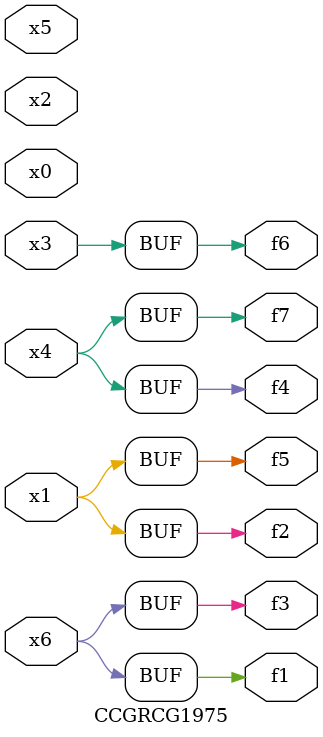
<source format=v>
module CCGRCG1975(
	input x0, x1, x2, x3, x4, x5, x6,
	output f1, f2, f3, f4, f5, f6, f7
);
	assign f1 = x6;
	assign f2 = x1;
	assign f3 = x6;
	assign f4 = x4;
	assign f5 = x1;
	assign f6 = x3;
	assign f7 = x4;
endmodule

</source>
